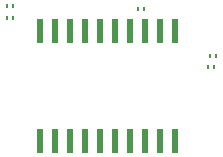
<source format=gbr>
G04 EAGLE Gerber RS-274X export*
G75*
%MOMM*%
%FSLAX34Y34*%
%LPD*%
%INSolderpaste Top*%
%IPPOS*%
%AMOC8*
5,1,8,0,0,1.08239X$1,22.5*%
G01*
%ADD10R,0.601900X2.052400*%
%ADD11R,0.280000X0.430000*%
%ADD12R,0.250000X0.350000*%


D10*
X39050Y34664D03*
X51750Y34664D03*
X64450Y34664D03*
X77150Y34664D03*
X89850Y34664D03*
X102550Y34664D03*
X115250Y34664D03*
X127950Y34664D03*
X140650Y34664D03*
X153350Y34664D03*
X153350Y127736D03*
X140650Y127736D03*
X127950Y127736D03*
X115250Y127736D03*
X102550Y127736D03*
X89850Y127736D03*
X77150Y127736D03*
X64450Y127736D03*
X51750Y127736D03*
X39050Y127736D03*
D11*
X127350Y146700D03*
X122250Y146700D03*
X16050Y149000D03*
X10950Y149000D03*
X10950Y138800D03*
X16050Y138800D03*
D12*
X181200Y97400D03*
X186200Y97400D03*
X188200Y106700D03*
X183200Y106700D03*
M02*

</source>
